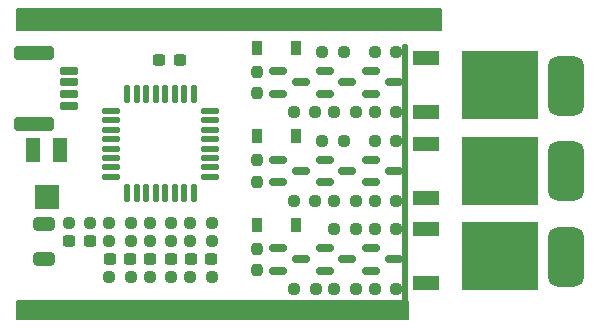
<source format=gbr>
%TF.GenerationSoftware,KiCad,Pcbnew,(6.0.5)*%
%TF.CreationDate,2023-01-05T14:47:55+08:00*%
%TF.ProjectId,Brushless_ESC_STC,42727573-686c-4657-9373-5f4553435f53,rev?*%
%TF.SameCoordinates,Original*%
%TF.FileFunction,Soldermask,Top*%
%TF.FilePolarity,Negative*%
%FSLAX46Y46*%
G04 Gerber Fmt 4.6, Leading zero omitted, Abs format (unit mm)*
G04 Created by KiCad (PCBNEW (6.0.5)) date 2023-01-05 14:47:55*
%MOMM*%
%LPD*%
G01*
G04 APERTURE LIST*
G04 Aperture macros list*
%AMRoundRect*
0 Rectangle with rounded corners*
0 $1 Rounding radius*
0 $2 $3 $4 $5 $6 $7 $8 $9 X,Y pos of 4 corners*
0 Add a 4 corners polygon primitive as box body*
4,1,4,$2,$3,$4,$5,$6,$7,$8,$9,$2,$3,0*
0 Add four circle primitives for the rounded corners*
1,1,$1+$1,$2,$3*
1,1,$1+$1,$4,$5*
1,1,$1+$1,$6,$7*
1,1,$1+$1,$8,$9*
0 Add four rect primitives between the rounded corners*
20,1,$1+$1,$2,$3,$4,$5,0*
20,1,$1+$1,$4,$5,$6,$7,0*
20,1,$1+$1,$6,$7,$8,$9,0*
20,1,$1+$1,$8,$9,$2,$3,0*%
G04 Aperture macros list end*
%ADD10C,0.150000*%
%ADD11RoundRect,0.750000X0.750000X-1.750000X0.750000X1.750000X-0.750000X1.750000X-0.750000X-1.750000X0*%
%ADD12RoundRect,0.150000X0.650000X-0.150000X0.650000X0.150000X-0.650000X0.150000X-0.650000X-0.150000X0*%
%ADD13RoundRect,0.300000X1.390000X-0.300000X1.390000X0.300000X-1.390000X0.300000X-1.390000X-0.300000X0*%
%ADD14RoundRect,0.125000X0.625000X0.125000X-0.625000X0.125000X-0.625000X-0.125000X0.625000X-0.125000X0*%
%ADD15RoundRect,0.125000X0.125000X0.625000X-0.125000X0.625000X-0.125000X-0.625000X0.125000X-0.625000X0*%
%ADD16R,1.300000X2.000000*%
%ADD17R,2.000000X2.000000*%
%ADD18RoundRect,0.237500X0.250000X0.237500X-0.250000X0.237500X-0.250000X-0.237500X0.250000X-0.237500X0*%
%ADD19RoundRect,0.237500X-0.250000X-0.237500X0.250000X-0.237500X0.250000X0.237500X-0.250000X0.237500X0*%
%ADD20RoundRect,0.237500X0.237500X-0.250000X0.237500X0.250000X-0.237500X0.250000X-0.237500X-0.250000X0*%
%ADD21R,2.200000X1.200000*%
%ADD22R,6.400000X5.800000*%
%ADD23RoundRect,0.150000X-0.587500X-0.150000X0.587500X-0.150000X0.587500X0.150000X-0.587500X0.150000X0*%
%ADD24RoundRect,0.381000X-0.762000X-0.381000X0.762000X-0.381000X0.762000X0.381000X-0.762000X0.381000X0*%
%ADD25R,0.900000X1.200000*%
%ADD26RoundRect,0.237500X0.300000X0.237500X-0.300000X0.237500X-0.300000X-0.237500X0.300000X-0.237500X0*%
%ADD27RoundRect,0.237500X-0.300000X-0.237500X0.300000X-0.237500X0.300000X0.237500X-0.300000X0.237500X0*%
%ADD28RoundRect,0.250000X0.650000X-0.325000X0.650000X0.325000X-0.650000X0.325000X-0.650000X-0.325000X0*%
G04 APERTURE END LIST*
D10*
X122605800Y-145542000D02*
X122224800Y-145542000D01*
X122224800Y-145542000D02*
X122224800Y-122301000D01*
X122224800Y-122301000D02*
X122605800Y-122301000D01*
X122605800Y-122301000D02*
X122605800Y-145542000D01*
G36*
X122605800Y-145542000D02*
G01*
X122224800Y-145542000D01*
X122224800Y-122301000D01*
X122605800Y-122301000D01*
X122605800Y-145542000D01*
G37*
X89535000Y-119253000D02*
X125476000Y-119253000D01*
X125476000Y-119253000D02*
X125476000Y-121031000D01*
X125476000Y-121031000D02*
X89535000Y-121031000D01*
X89535000Y-121031000D02*
X89535000Y-119253000D01*
G36*
X89535000Y-119253000D02*
G01*
X125476000Y-119253000D01*
X125476000Y-121031000D01*
X89535000Y-121031000D01*
X89535000Y-119253000D01*
G37*
X89535000Y-145542000D02*
X122682000Y-145542000D01*
X122682000Y-145542000D02*
X122682000Y-144018000D01*
X122682000Y-144018000D02*
X89535000Y-144018000D01*
X89535000Y-144018000D02*
X89535000Y-145542000D01*
G36*
X89535000Y-145542000D02*
G01*
X122682000Y-145542000D01*
X122682000Y-144018000D01*
X89535000Y-144018000D01*
X89535000Y-145542000D01*
G37*
D11*
%TO.C,J9*%
X136093200Y-140233400D03*
%TD*%
%TO.C,J8*%
X136093200Y-132994400D03*
%TD*%
%TO.C,J7*%
X136093200Y-125755400D03*
%TD*%
D12*
%TO.C,J1*%
X93991000Y-124484000D03*
X93991000Y-125484000D03*
X93991000Y-126484000D03*
X93991000Y-127484000D03*
D13*
X91031000Y-122984000D03*
X91031000Y-128984000D03*
%TD*%
D14*
%TO.C,U2*%
X105902000Y-133483000D03*
X105902000Y-132683000D03*
X105902000Y-131883000D03*
X105902000Y-131083000D03*
X105902000Y-130283000D03*
X105902000Y-129483000D03*
X105902000Y-128683000D03*
X105902000Y-127883000D03*
D15*
X104527000Y-126508000D03*
X103727000Y-126508000D03*
X102927000Y-126508000D03*
X102127000Y-126508000D03*
X101327000Y-126508000D03*
X100527000Y-126508000D03*
X99727000Y-126508000D03*
X98927000Y-126508000D03*
D14*
X97552000Y-127883000D03*
X97552000Y-128683000D03*
X97552000Y-129483000D03*
X97552000Y-130283000D03*
X97552000Y-131083000D03*
X97552000Y-131883000D03*
X97552000Y-132683000D03*
X97552000Y-133483000D03*
D15*
X98927000Y-134858000D03*
X99727000Y-134858000D03*
X100527000Y-134858000D03*
X101327000Y-134858000D03*
X102127000Y-134858000D03*
X102927000Y-134858000D03*
X103727000Y-134858000D03*
X104527000Y-134858000D03*
%TD*%
D16*
%TO.C,RV1*%
X93225000Y-131223000D03*
D17*
X92075000Y-135223000D03*
D16*
X90925000Y-131223000D03*
%TD*%
D18*
%TO.C,R28*%
X99210500Y-137414000D03*
X97385500Y-137414000D03*
%TD*%
%TO.C,R27*%
X102639500Y-137414000D03*
X100814500Y-137414000D03*
%TD*%
D19*
%TO.C,R26*%
X104243500Y-137414000D03*
X106068500Y-137414000D03*
%TD*%
D18*
%TO.C,R25*%
X106068500Y-141986000D03*
X104243500Y-141986000D03*
%TD*%
D19*
%TO.C,R24*%
X100814500Y-141986000D03*
X102639500Y-141986000D03*
%TD*%
%TO.C,R23*%
X97385500Y-141986000D03*
X99210500Y-141986000D03*
%TD*%
%TO.C,R22*%
X97385500Y-138938000D03*
X99210500Y-138938000D03*
%TD*%
%TO.C,R21*%
X100814500Y-138938000D03*
X102639500Y-138938000D03*
%TD*%
D18*
%TO.C,R20*%
X106068500Y-138938000D03*
X104243500Y-138938000D03*
%TD*%
D19*
%TO.C,R19*%
X118260500Y-143002000D03*
X116435500Y-143002000D03*
%TD*%
%TO.C,R18*%
X116435500Y-135509000D03*
X118260500Y-135509000D03*
%TD*%
%TO.C,R17*%
X118260500Y-128016000D03*
X116435500Y-128016000D03*
%TD*%
%TO.C,R16*%
X114855000Y-143002000D03*
X113030000Y-143002000D03*
%TD*%
%TO.C,R15*%
X121689500Y-143002000D03*
X119864500Y-143002000D03*
%TD*%
%TO.C,R14*%
X113006500Y-135509000D03*
X114831500Y-135509000D03*
%TD*%
%TO.C,R13*%
X119864500Y-135509000D03*
X121689500Y-135509000D03*
%TD*%
%TO.C,R12*%
X114831500Y-128016000D03*
X113006500Y-128016000D03*
%TD*%
%TO.C,R11*%
X121689500Y-128016000D03*
X119864500Y-128016000D03*
%TD*%
%TO.C,R10*%
X121689500Y-137922000D03*
X119864500Y-137922000D03*
%TD*%
%TO.C,R9*%
X119864500Y-130429000D03*
X121689500Y-130429000D03*
%TD*%
%TO.C,R8*%
X119864500Y-122936000D03*
X121689500Y-122936000D03*
%TD*%
%TO.C,R7*%
X118260500Y-137922000D03*
X116435500Y-137922000D03*
%TD*%
%TO.C,R6*%
X115419500Y-130429000D03*
X117244500Y-130429000D03*
%TD*%
%TO.C,R5*%
X115419500Y-122936000D03*
X117244500Y-122936000D03*
%TD*%
D20*
%TO.C,R4*%
X109855000Y-139549500D03*
X109855000Y-141374500D03*
%TD*%
%TO.C,R3*%
X109855000Y-133881500D03*
X109855000Y-132056500D03*
%TD*%
%TO.C,R2*%
X109855000Y-126388500D03*
X109855000Y-124563500D03*
%TD*%
D19*
%TO.C,R1*%
X93956500Y-137414000D03*
X95781500Y-137414000D03*
%TD*%
D21*
%TO.C,Q14*%
X124197000Y-142488000D03*
X124197000Y-137928000D03*
D22*
X130497000Y-140208000D03*
%TD*%
%TO.C,Q12*%
X130497000Y-132969000D03*
D21*
X124197000Y-130689000D03*
X124197000Y-135249000D03*
%TD*%
D22*
%TO.C,Q10*%
X130497000Y-125730000D03*
D21*
X124197000Y-123450000D03*
X124197000Y-128010000D03*
%TD*%
D23*
%TO.C,Q9*%
X117523500Y-140462000D03*
X115648500Y-141412000D03*
X115648500Y-139512000D03*
%TD*%
%TO.C,Q8*%
X121460500Y-140462000D03*
X119585500Y-141412000D03*
X119585500Y-139512000D03*
%TD*%
%TO.C,Q7*%
X115648500Y-132019000D03*
X115648500Y-133919000D03*
X117523500Y-132969000D03*
%TD*%
%TO.C,Q6*%
X119585500Y-132019000D03*
X119585500Y-133919000D03*
X121460500Y-132969000D03*
%TD*%
%TO.C,Q5*%
X115648500Y-124526000D03*
X115648500Y-126426000D03*
X117523500Y-125476000D03*
%TD*%
%TO.C,Q4*%
X119585500Y-124526000D03*
X119585500Y-126426000D03*
X121460500Y-125476000D03*
%TD*%
%TO.C,Q3*%
X113586500Y-140462000D03*
X111711500Y-141412000D03*
X111711500Y-139512000D03*
%TD*%
%TO.C,Q2*%
X111711500Y-132019000D03*
X111711500Y-133919000D03*
X113586500Y-132969000D03*
%TD*%
%TO.C,Q1*%
X111711500Y-124526000D03*
X111711500Y-126426000D03*
X113586500Y-125476000D03*
%TD*%
D24*
%TO.C,J6*%
X90678000Y-120269000D03*
%TD*%
%TO.C,J5*%
X90678000Y-144780000D03*
%TD*%
D25*
%TO.C,D3*%
X109856000Y-137541000D03*
X113156000Y-137541000D03*
%TD*%
%TO.C,D2*%
X113156000Y-130048000D03*
X109856000Y-130048000D03*
%TD*%
%TO.C,D1*%
X113156000Y-122555000D03*
X109856000Y-122555000D03*
%TD*%
D26*
%TO.C,C13*%
X106018500Y-140462000D03*
X104293500Y-140462000D03*
%TD*%
D27*
%TO.C,C11*%
X100864500Y-140462000D03*
X102589500Y-140462000D03*
%TD*%
%TO.C,C10*%
X97435500Y-140462000D03*
X99160500Y-140462000D03*
%TD*%
D26*
%TO.C,C4*%
X95731500Y-138938000D03*
X94006500Y-138938000D03*
%TD*%
%TO.C,C3*%
X103351500Y-123571000D03*
X101626500Y-123571000D03*
%TD*%
D28*
%TO.C,C2*%
X91821000Y-140413000D03*
X91821000Y-137463000D03*
%TD*%
M02*

</source>
